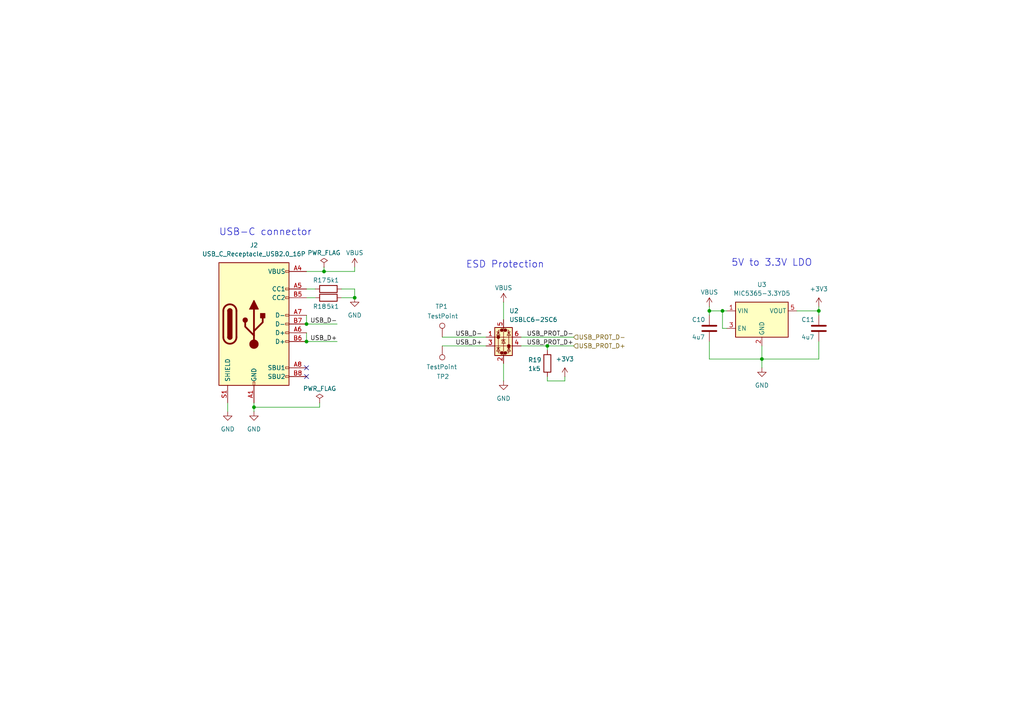
<source format=kicad_sch>
(kicad_sch (version 20231120) (generator "eeschema") (generator_version "8.0")
  (paper "A4")
  (lib_symbols
    (symbol "Connector:TestPoint" (pin_numbers hide) (pin_names (offset 0.762) hide)
      (property "Reference" "TP" (at 0 6.858 0))
      (property "Value" "TestPoint" (at 0 5.08 0))
      (symbol "TestPoint_0_1"
        (circle (center 0 3.302) (radius 0.762))
      )
      (symbol "TestPoint_1_1"
        (pin passive line (at 0 0 90) (length 2.54) (name "1") (number "1"))
      )
    )
    (symbol "Connector:USB_C_Receptacle_USB2.0_16P" (pin_names (offset 1.016))
      (property "Reference" "J" (at 0 22.225 0))
      (property "Value" "USB_C_Receptacle_USB2.0_16P" (at 0 19.685 0))
      (symbol "USB_C_Receptacle_USB2.0_16P_0_0"
        (rectangle (start -0.254 -17.78) (end 0.254 -16.764))
        (rectangle (start 10.16 -14.986) (end 9.144 -15.494))
        (rectangle (start 10.16 -12.446) (end 9.144 -12.954))
        (rectangle (start 10.16 -4.826) (end 9.144 -5.334))
        (rectangle (start 10.16 -2.286) (end 9.144 -2.794))
        (rectangle (start 10.16 0.254) (end 9.144 -0.254))
        (rectangle (start 10.16 2.794) (end 9.144 2.286))
        (rectangle (start 10.16 7.874) (end 9.144 7.366))
        (rectangle (start 10.16 10.414) (end 9.144 9.906))
        (rectangle (start 10.16 15.494) (end 9.144 14.986))
      )
      (symbol "USB_C_Receptacle_USB2.0_16P_0_1"
        (rectangle (start -10.16 17.78) (end 10.16 -17.78) (stroke (width 0.254)) (fill (type background)))
        (arc (start -8.89 -3.81) (mid -6.985 -5.7067) (end -5.08 -3.81) (stroke (width 0.508)))
        (arc (start -7.62 -3.81) (mid -6.985 -4.4423) (end -6.35 -3.81) (stroke (width 0.254)))
        (arc (start -7.62 -3.81) (mid -6.985 -4.4423) (end -6.35 -3.81) (stroke (width 0.254)) (fill (type outline)))
        (rectangle (start -7.62 -3.81) (end -6.35 3.81) (stroke (width 0.254)) (fill (type outline)))
        (arc (start -6.35 3.81) (mid -6.985 4.4423) (end -7.62 3.81) (stroke (width 0.254)))
        (arc (start -6.35 3.81) (mid -6.985 4.4423) (end -7.62 3.81) (stroke (width 0.254)) (fill (type outline)))
        (arc (start -5.08 3.81) (mid -6.985 5.7067) (end -8.89 3.81) (stroke (width 0.508)))
        (circle (center -2.54 1.143) (radius 0.635) (stroke (width 0.254)) (fill (type outline)))
        (circle (center 0 -5.842) (radius 1.27) (fill (type outline)))
        (polyline (pts (xy -8.89 -3.81) (xy -8.89 3.81)) (stroke (width 0.508)))
        (polyline (pts (xy -5.08 3.81) (xy -5.08 -3.81)) (stroke (width 0.508)))
        (polyline (pts (xy 0 -5.842) (xy 0 4.318)) (stroke (width 0.508)))
        (polyline (pts (xy 0 -3.302) (xy -2.54 -0.762) (xy -2.54 0.508)) (stroke (width 0.508)))
        (polyline (pts (xy 0 -2.032) (xy 2.54 0.508) (xy 2.54 1.778)) (stroke (width 0.508)))
        (polyline (pts (xy -1.27 4.318) (xy 0 6.858) (xy 1.27 4.318) (xy -1.27 4.318)) (stroke (width 0.254)) (fill (type outline)))
        (rectangle (start 1.905 1.778) (end 3.175 3.048) (stroke (width 0.254)) (fill (type outline)))
      )
      (symbol "USB_C_Receptacle_USB2.0_16P_1_1"
        (pin passive line (at 0 -22.86 90) (length 5.08) (name "GND") (number "A1"))
        (pin passive line (at 0 -22.86 90) (length 5.08) hide (name "GND") (number "A12"))
        (pin passive line (at 15.24 15.24 180) (length 5.08) (name "VBUS") (number "A4"))
        (pin bidirectional line (at 15.24 10.16 180) (length 5.08) (name "CC1") (number "A5"))
        (pin bidirectional line (at 15.24 -2.54 180) (length 5.08) (name "D+") (number "A6"))
        (pin bidirectional line (at 15.24 2.54 180) (length 5.08) (name "D-") (number "A7"))
        (pin bidirectional line (at 15.24 -12.7 180) (length 5.08) (name "SBU1") (number "A8"))
        (pin passive line (at 15.24 15.24 180) (length 5.08) hide (name "VBUS") (number "A9"))
        (pin passive line (at 0 -22.86 90) (length 5.08) hide (name "GND") (number "B1"))
        (pin passive line (at 0 -22.86 90) (length 5.08) hide (name "GND") (number "B12"))
        (pin passive line (at 15.24 15.24 180) (length 5.08) hide (name "VBUS") (number "B4"))
        (pin bidirectional line (at 15.24 7.62 180) (length 5.08) (name "CC2") (number "B5"))
        (pin bidirectional line (at 15.24 -5.08 180) (length 5.08) (name "D+") (number "B6"))
        (pin bidirectional line (at 15.24 0 180) (length 5.08) (name "D-") (number "B7"))
        (pin bidirectional line (at 15.24 -15.24 180) (length 5.08) (name "SBU2") (number "B8"))
        (pin passive line (at 15.24 15.24 180) (length 5.08) hide (name "VBUS") (number "B9"))
        (pin passive line (at -7.62 -22.86 90) (length 5.08) (name "SHIELD") (number "S1"))
      )
    )
    (symbol "Device:C" (pin_numbers hide) (pin_names (offset 0.254))
      (property "Reference" "C" (at 0.635 2.54 0))
      (property "Value" "C" (at 0.635 -2.54 0))
      (symbol "C_0_1"
        (polyline (pts (xy -2.032 -0.762) (xy 2.032 -0.762)) (stroke (width 0.508)))
        (polyline (pts (xy -2.032 0.762) (xy 2.032 0.762)) (stroke (width 0.508)))
      )
      (symbol "C_1_1"
        (pin passive line (at 0 3.81 270) (length 2.794) (name "~") (number "1"))
        (pin passive line (at 0 -3.81 90) (length 2.794) (name "~") (number "2"))
      )
    )
    (symbol "Device:R" (pin_numbers hide) (pin_names (offset 0))
      (property "Reference" "R" (at 2.032 0 90))
      (property "Value" "R" (at 0 0 90))
      (symbol "R_0_1"
        (rectangle (start -1.016 -2.54) (end 1.016 2.54) (stroke (width 0.254)))
      )
      (symbol "R_1_1"
        (pin passive line (at 0 3.81 270) (length 1.27) (name "~") (number "1"))
        (pin passive line (at 0 -3.81 90) (length 1.27) (name "~") (number "2"))
      )
    )
    (symbol "Power_Protection:USBLC6-2SC6" (pin_names hide)
      (property "Reference" "U" (at 0.635 5.715 0))
      (property "Value" "USBLC6-2SC6" (at 0.635 3.81 0))
      (symbol "USBLC6-2SC6_0_0"
        (circle (center -1.524 0) (radius 0.0001) (stroke (width 0.508)))
        (circle (center -0.508 -4.572) (radius 0.0001) (stroke (width 0.508)))
        (circle (center -0.508 2.032) (radius 0.0001) (stroke (width 0.508)))
        (circle (center 0.508 -4.572) (radius 0.0001) (stroke (width 0.508)))
        (circle (center 0.508 2.032) (radius 0.0001) (stroke (width 0.508)))
        (circle (center 1.524 -2.54) (radius 0.0001) (stroke (width 0.508)))
      )
      (symbol "USBLC6-2SC6_0_1"
        (polyline (pts (xy -2.54 -2.54) (xy 2.54 -2.54)))
        (polyline (pts (xy -2.54 0) (xy 2.54 0)))
        (polyline (pts (xy -2.032 -3.048) (xy -1.016 -3.048)))
        (polyline (pts (xy -1.016 1.524) (xy -2.032 1.524)))
        (polyline (pts (xy 1.016 -3.048) (xy 2.032 -3.048)))
        (polyline (pts (xy 1.016 1.524) (xy 2.032 1.524)))
        (polyline (pts (xy -0.508 -1.143) (xy -0.508 -0.762) (xy 0.508 -0.762)))
        (polyline (pts (xy -2.032 0.508) (xy -1.016 0.508) (xy -1.524 1.524) (xy -2.032 0.508)))
        (polyline (pts (xy -1.016 -4.064) (xy -2.032 -4.064) (xy -1.524 -3.048) (xy -1.016 -4.064)))
        (polyline (pts (xy 0.508 -1.778) (xy -0.508 -1.778) (xy 0 -0.762) (xy 0.508 -1.778)))
        (polyline (pts (xy 2.032 -4.064) (xy 1.016 -4.064) (xy 1.524 -3.048) (xy 2.032 -4.064)))
        (polyline (pts (xy 2.032 0.508) (xy 1.016 0.508) (xy 1.524 1.524) (xy 2.032 0.508)))
        (polyline (pts (xy 0 2.54) (xy -0.508 2.032) (xy 0.508 2.032) (xy 0 1.524) (xy 0 -4.064) (xy -0.508 -4.572) (xy 0.508 -4.572) (xy 0 -5.08)))
      )
      (symbol "USBLC6-2SC6_1_1"
        (rectangle (start -2.54 2.794) (end 2.54 -5.334) (stroke (width 0.254)) (fill (type background)))
        (polyline (pts (xy -0.508 2.032) (xy -1.524 2.032) (xy -1.524 -4.572) (xy -0.508 -4.572)))
        (polyline (pts (xy 0.508 -4.572) (xy 1.524 -4.572) (xy 1.524 2.032) (xy 0.508 2.032)))
        (pin passive line (at -5.08 0 0) (length 2.54) (name "I/O1") (number "1"))
        (pin passive line (at 0 -7.62 90) (length 2.54) (name "GND") (number "2"))
        (pin passive line (at -5.08 -2.54 0) (length 2.54) (name "I/O2") (number "3"))
        (pin passive line (at 5.08 -2.54 180) (length 2.54) (name "I/O2") (number "4"))
        (pin passive line (at 0 5.08 270) (length 2.54) (name "VBUS") (number "5"))
        (pin passive line (at 5.08 0 180) (length 2.54) (name "I/O1") (number "6"))
      )
    )
    (symbol "Regulator_Linear:MIC5365-3.3YD5"
      (property "Reference" "U" (at -7.62 6.35 0))
      (property "Value" "MIC5365-3.3YD5" (at 0 6.35 0))
      (symbol "MIC5365-3.3YD5_0_1"
        (rectangle (start -7.62 -5.08) (end 7.62 5.08) (stroke (width 0.254)) (fill (type background)))
      )
      (symbol "MIC5365-3.3YD5_1_1"
        (pin power_in line (at -10.16 2.54 0) (length 2.54) (name "VIN") (number "1"))
        (pin power_in line (at 0 -7.62 90) (length 2.54) (name "GND") (number "2"))
        (pin input line (at -10.16 -2.54 0) (length 2.54) (name "EN") (number "3"))
        (pin no_connect line (at 7.62 -2.54 180) (length 2.54) hide (name "NC") (number "4"))
        (pin power_out line (at 10.16 2.54 180) (length 2.54) (name "VOUT") (number "5"))
      )
    )
    (symbol "power:+3V3" (power) (pin_numbers hide) (pin_names (offset 0) hide)
      (property "Value" "+3V3" (at 0 3.556 0))
      (symbol "+3V3_0_1"
        (polyline (pts (xy -0.762 1.27) (xy 0 2.54)))
        (polyline (pts (xy 0 0) (xy 0 2.54)))
        (polyline (pts (xy 0 2.54) (xy 0.762 1.27)))
      )
      (symbol "+3V3_1_1"
        (pin power_in line (at 0 0 90) (length 0) (name "~") (number "1"))
      )
    )
    (symbol "power:GND" (power) (pin_numbers hide) (pin_names (offset 0) hide)
      (property "Value" "GND" (at 0 -3.81 0))
      (symbol "GND_0_1"
        (polyline (pts (xy 0 0) (xy 0 -1.27) (xy 1.27 -1.27) (xy 0 -2.54) (xy -1.27 -1.27) (xy 0 -1.27)))
      )
      (symbol "GND_1_1"
        (pin power_in line (at 0 0 270) (length 0) (name "~") (number "1"))
      )
    )
    (symbol "power:PWR_FLAG" (power) (pin_numbers hide) (pin_names (offset 0) hide)
      (property "Value" "PWR_FLAG" (at 0 3.81 0))
      (symbol "PWR_FLAG_0_0"
        (pin power_out line (at 0 0 90) (length 0) (name "~") (number "1"))
      )
      (symbol "PWR_FLAG_0_1"
        (polyline (pts (xy 0 0) (xy 0 1.27) (xy -1.016 1.905) (xy 0 2.54) (xy 1.016 1.905) (xy 0 1.27)))
      )
    )
    (symbol "power:VBUS" (power) (pin_numbers hide) (pin_names (offset 0) hide)
      (property "Value" "VBUS" (at 0 3.556 0))
      (symbol "VBUS_0_1"
        (polyline (pts (xy -0.762 1.27) (xy 0 2.54)))
        (polyline (pts (xy 0 0) (xy 0 2.54)))
        (polyline (pts (xy 0 2.54) (xy 0.762 1.27)))
      )
      (symbol "VBUS_1_1"
        (pin power_in line (at 0 0 90) (length 0) (name "~") (number "1"))
      )
    )
  )
  (junction (at 205.74 90.17))
  (junction (at 237.49 90.17))
  (junction (at 102.87 86.36))
  (junction (at 88.9 93.98))
  (junction (at 209.55 90.17))
  (junction (at 220.98 104.14))
  (junction (at 158.75 100.33))
  (junction (at 93.98 78.74))
  (junction (at 88.9 99.06))
  (junction (at 73.66 118.11))
  (no_connect (at 88.9 109.22))
  (no_connect (at 88.9 106.68))
  (wire (pts (xy 237.49 90.17) (xy 237.49 91.44)))
  (wire (pts (xy 205.74 99.06) (xy 205.74 104.14)))
  (wire (pts (xy 66.04 116.84) (xy 66.04 119.38)))
  (wire (pts (xy 88.9 86.36) (xy 91.44 86.36)))
  (wire (pts (xy 220.98 100.33) (xy 220.98 104.14)))
  (wire (pts (xy 158.75 110.49) (xy 163.83 110.49)))
  (wire (pts (xy 158.75 109.22) (xy 158.75 110.49)))
  (wire (pts (xy 128.27 100.33) (xy 140.97 100.33)))
  (wire (pts (xy 88.9 96.52) (xy 88.9 99.06)))
  (wire (pts (xy 73.66 116.84) (xy 73.66 118.11)))
  (wire (pts (xy 220.98 104.14) (xy 237.49 104.14)))
  (wire (pts (xy 88.9 99.06) (xy 97.79 99.06)))
  (wire (pts (xy 158.75 100.33) (xy 166.37 100.33)))
  (wire (pts (xy 88.9 93.98) (xy 97.79 93.98)))
  (wire (pts (xy 163.83 110.49) (xy 163.83 109.22)))
  (wire (pts (xy 237.49 88.9) (xy 237.49 90.17)))
  (wire (pts (xy 151.13 100.33) (xy 158.75 100.33)))
  (wire (pts (xy 73.66 118.11) (xy 73.66 119.38)))
  (wire (pts (xy 102.87 77.47) (xy 102.87 78.74)))
  (wire (pts (xy 220.98 106.68) (xy 220.98 104.14)))
  (wire (pts (xy 209.55 90.17) (xy 209.55 95.25)))
  (wire (pts (xy 151.13 97.79) (xy 166.37 97.79)))
  (wire (pts (xy 146.05 105.41) (xy 146.05 110.49)))
  (wire (pts (xy 88.9 91.44) (xy 88.9 93.98)))
  (wire (pts (xy 205.74 90.17) (xy 209.55 90.17)))
  (wire (pts (xy 93.98 78.74) (xy 102.87 78.74)))
  (wire (pts (xy 146.05 87.63) (xy 146.05 92.71)))
  (wire (pts (xy 158.75 100.33) (xy 158.75 101.6)))
  (wire (pts (xy 88.9 78.74) (xy 93.98 78.74)))
  (wire (pts (xy 205.74 90.17) (xy 205.74 91.44)))
  (wire (pts (xy 210.82 95.25) (xy 209.55 95.25)))
  (wire (pts (xy 102.87 83.82) (xy 102.87 86.36)))
  (wire (pts (xy 99.06 86.36) (xy 102.87 86.36)))
  (wire (pts (xy 205.74 88.9) (xy 205.74 90.17)))
  (wire (pts (xy 237.49 99.06) (xy 237.49 104.14)))
  (wire (pts (xy 99.06 83.82) (xy 102.87 83.82)))
  (wire (pts (xy 209.55 90.17) (xy 210.82 90.17)))
  (wire (pts (xy 93.98 77.47) (xy 93.98 78.74)))
  (wire (pts (xy 128.27 97.79) (xy 140.97 97.79)))
  (wire (pts (xy 88.9 83.82) (xy 91.44 83.82)))
  (wire (pts (xy 92.71 116.84) (xy 92.71 118.11)))
  (wire (pts (xy 231.14 90.17) (xy 237.49 90.17)))
  (wire (pts (xy 92.71 118.11) (xy 73.66 118.11)))
  (wire (pts (xy 205.74 104.14) (xy 220.98 104.14)))
  (text "USB-C connector" (at 63.5 68.58 0) (effects (font (size 2 2)) (justify left bottom)))
  (text "ESD Protection" (at 135.128 77.978 0) (effects (font (size 2 2)) (justify left bottom)))
  (text "5V to 3.3V LDO" (at 212.09 77.47 0) (effects (font (size 2 2)) (justify left bottom)))
  (label "USB_PROT_D-" (at 166.37 97.79 180))
  (label "USB_PROT_D+" (at 166.37 100.33 180))
  (label "USB_D-" (at 132.08 97.79 0))
  (label "USB_D+" (at 132.08 100.33 0))
  (label "USB_D+" (at 97.79 99.06 180))
  (label "USB_D-" (at 97.79 93.98 180))
  (hierarchical_label "USB_PROT_D-" (shape input) (at 166.37 97.79 0))
  (hierarchical_label "USB_PROT_D+" (shape input) (at 166.37 100.33 0))
  (symbol (lib_id "Device:C") (at 205.74 95.25 0) (unit 1)
    (property "Reference" "C10" (at 200.66 92.71 0) (effects (justify left)))
    (property "Value" "4u7" (at 200.66 97.79 0) (effects (justify left)))
    (property "Footprint" "Capacitor_SMD:C_0805_2012Metric" (effects (hide yes)))
    (property "Datasheet" "https://datasheet.lcsc.com/lcsc/2304140030_Samsung-Electro-Mechanics-CL21A475KAQNNNE_C1779.pdf" (effects (hide yes)))
    (property "Manufracturer" "Samsung Electro-Mechanics" (effects (hide yes)))
    (property "Manufracturer Part Number" "CL21A475KAQNNNE" (effects (hide yes)))
    (property "JLCPCB Part" "C1779" (effects (hide yes)))
  )
  (symbol (lib_id "Connector:TestPoint") (at 128.27 97.79 0) (unit 1)
    (property "Reference" "TP1" (at 126.238 88.9 0) (effects (justify left)))
    (property "Value" "TestPoint" (at 123.952 91.694 0) (effects (justify left)))
    (property "Footprint" "TestPoint:TestPoint_Pad_D1.5mm" (effects (hide yes)))
    (property "Description" "test point" (effects (hide yes)))
  )
  (symbol (lib_id "Device:R") (at 95.25 86.36 90) (unit 1)
    (property "Reference" "R18" (at 92.71 88.9 90))
    (property "Value" "5k1" (at 96.52 88.9 90))
    (property "Footprint" "Resistor_SMD:R_0603_1608Metric" (effects (hide yes)))
    (property "Datasheet" "https://www.lcsc.com/datasheet/lcsc_datasheet_2206010116_UNI-ROYAL-Uniroyal-Elec-0603WAF5101T5E_C23186.pdf" (effects (hide yes)))
    (property "Manufracturer" "UNI-ROYAL(Uniroyal Elec)" (effects (hide yes)))
    (property "Manufracturer Part Number" "0603WAF5101T5E" (effects (hide yes)))
    (property "JLCPCB Part" "C23186" (effects (hide yes)))
  )
  (symbol (lib_id "power:+3V3") (at 237.49 88.9 0) (unit 1)
    (property "Reference" "#PWR039" (effects (hide yes)))
    (property "Value" "+3V3" (at 237.49 83.82 0))
    (property "Description" "Power symbol creates a global label with name \"+3V3\"" (effects (hide yes)))
  )
  (symbol (lib_id "Regulator_Linear:MIC5365-3.3YD5") (at 220.98 92.71 0) (unit 1)
    (property "Reference" "U3" (at 220.98 82.55 0))
    (property "Value" "MIC5365-3.3YD5" (at 220.98 85.09 0))
    (property "Footprint" "Package_TO_SOT_SMD:SOT-23-5" (effects (hide yes)))
    (property "Datasheet" "https://datasheet.lcsc.com/lcsc/1811131510_MICRONE-Nanjing-Micro-One-Elec-ME6211C33M5G-N_C82942.pdf" (effects (hide yes)))
    (property "Manufracturer" "MICRONE(Nanjing Micro One Elec)" (effects (hide yes)))
    (property "Manufracturer Part Number" "ME6211C33M5G-N" (effects (hide yes)))
    (property "JLCPCB Part" "C82942" (effects (hide yes)))
  )
  (symbol (lib_id "Device:R") (at 95.25 83.82 90) (unit 1)
    (property "Reference" "R17" (at 92.71 81.28 90))
    (property "Value" "5k1" (at 96.52 81.28 90))
    (property "Footprint" "Resistor_SMD:R_0603_1608Metric" (effects (hide yes)))
    (property "Datasheet" "https://www.lcsc.com/datasheet/lcsc_datasheet_2206010116_UNI-ROYAL-Uniroyal-Elec-0603WAF5101T5E_C23186.pdf" (effects (hide yes)))
    (property "Manufracturer" "UNI-ROYAL(Uniroyal Elec)" (effects (hide yes)))
    (property "Manufracturer Part Number" "0603WAF5101T5E" (effects (hide yes)))
    (property "JLCPCB Part" "C23186" (effects (hide yes)))
  )
  (symbol (lib_id "power:GND") (at 146.05 110.49 0) (unit 1)
    (property "Reference" "#PWR035" (effects (hide yes)))
    (property "Value" "GND" (at 146.05 115.57 0))
    (property "Description" "Power symbol creates a global label with name \"GND\" , ground" (effects (hide yes)))
  )
  (symbol (lib_id "Power_Protection:USBLC6-2SC6") (at 146.05 97.79 0) (unit 1)
    (property "Reference" "U2" (at 147.7011 90.17 0) (effects (justify left)))
    (property "Value" "USBLC6-2SC6" (at 147.7011 92.71 0) (effects (justify left)))
    (property "Footprint" "Package_TO_SOT_SMD:SOT-23-6" (effects (hide yes)))
    (property "Datasheet" "https://www.st.com/resource/en/datasheet/usblc6-2.pdf" (effects (hide yes)))
    (property "Description" "Very low capacitance ESD protection diode, 2 data-line, SOT-23-6" (effects (hide yes)))
  )
  (symbol (lib_id "power:GND") (at 220.98 106.68 0) (unit 1)
    (property "Reference" "#PWR038" (effects (hide yes)))
    (property "Value" "GND" (at 220.98 111.76 0))
    (property "Description" "Power symbol creates a global label with name \"GND\" , ground" (effects (hide yes)))
  )
  (symbol (lib_id "power:+3V3") (at 163.83 109.22 0) (unit 1)
    (property "Reference" "#PWR044" (effects (hide yes)))
    (property "Value" "+3V3" (at 163.83 104.14 0))
    (property "Description" "Power symbol creates a global label with name \"+3V3\"" (effects (hide yes)))
  )
  (symbol (lib_id "power:VBUS") (at 146.05 87.63 0) (unit 1)
    (property "Reference" "#PWR034" (effects (hide yes)))
    (property "Value" "VBUS" (at 146.05 83.4969 0))
    (property "Description" "Power symbol creates a global label with name \"VBUS\"" (effects (hide yes)))
  )
  (symbol (lib_id "power:GND") (at 73.66 119.38 0) (unit 1)
    (property "Reference" "#PWR031" (effects (hide yes)))
    (property "Value" "GND" (at 73.66 124.46 0))
    (property "Description" "Power symbol creates a global label with name \"GND\" , ground" (effects (hide yes)))
  )
  (symbol (lib_id "power:GND") (at 102.87 86.36 0) (unit 1)
    (property "Reference" "#PWR033" (effects (hide yes)))
    (property "Value" "GND" (at 102.87 91.44 0))
    (property "Description" "Power symbol creates a global label with name \"GND\" , ground" (effects (hide yes)))
  )
  (symbol (lib_id "Connector:USB_C_Receptacle_USB2.0_16P") (at 73.66 93.98 0) (unit 1)
    (property "Reference" "J2" (at 73.66 71.12 0))
    (property "Value" "USB_C_Receptacle_USB2.0_16P" (at 73.66 73.66 0))
    (property "Footprint" "NiasStuff:USB_C_Receptacle_G-Switch_GT-USB-7010ASV" (effects (hide yes)))
    (property "Datasheet" "https://www.lcsc.com/datasheet/lcsc_datasheet_2312191005_G-Switch-GT-USB-7010C_C2843967.pdf" (effects (hide yes)))
    (property "Description" "USB 2.0-only 16P Type-C Receptacle connector" (effects (hide yes)))
    (property "JLCPCB Part" "C2843967" (effects (hide yes)))
    (property "Manufracturer" "G-Switch" (effects (hide yes)))
    (property "Manufracturer Part Number" "GT-USB-7010C" (effects (hide yes)))
  )
  (symbol (lib_id "power:VBUS") (at 102.87 77.47 0) (unit 1)
    (property "Reference" "#PWR032" (effects (hide yes)))
    (property "Value" "VBUS" (at 102.87 73.3369 0))
    (property "Description" "Power symbol creates a global label with name \"VBUS\"" (effects (hide yes)))
  )
  (symbol (lib_id "power:PWR_FLAG") (at 92.71 116.84 0) (unit 1)
    (property "Reference" "#FLG01" (effects (hide yes)))
    (property "Value" "PWR_FLAG" (at 92.71 112.7069 0))
    (property "Description" "Special symbol for telling ERC where power comes from" (effects (hide yes)))
  )
  (symbol (lib_id "Device:C") (at 237.49 95.25 0) (unit 1)
    (property "Reference" "C11" (at 232.41 92.71 0) (effects (justify left)))
    (property "Value" "4u7" (at 232.41 97.79 0) (effects (justify left)))
    (property "Footprint" "Capacitor_SMD:C_0805_2012Metric" (effects (hide yes)))
    (property "Datasheet" "https://datasheet.lcsc.com/lcsc/2304140030_Samsung-Electro-Mechanics-CL21A475KAQNNNE_C1779.pdf" (effects (hide yes)))
    (property "Manufracturer" "Samsung Electro-Mechanics" (effects (hide yes)))
    (property "Manufracturer Part Number" "CL21A475KAQNNNE" (effects (hide yes)))
    (property "JLCPCB Part" "C1779" (effects (hide yes)))
  )
  (symbol (lib_id "power:GND") (at 66.04 119.38 0) (unit 1)
    (property "Reference" "#PWR030" (effects (hide yes)))
    (property "Value" "GND" (at 66.04 124.46 0))
    (property "Description" "Power symbol creates a global label with name \"GND\" , ground" (effects (hide yes)))
  )
  (symbol (lib_id "power:VBUS") (at 205.74 88.9 0) (unit 1)
    (property "Reference" "#PWR037" (effects (hide yes)))
    (property "Value" "VBUS" (at 205.74 84.7669 0))
    (property "Description" "Power symbol creates a global label with name \"VBUS\"" (effects (hide yes)))
  )
  (symbol (lib_id "Device:R") (at 158.75 105.41 0) (unit 1)
    (property "Reference" "R19" (at 153.162 104.394 0) (effects (justify left)))
    (property "Value" "1k5" (at 153.162 106.934 0) (effects (justify left)))
    (property "Footprint" "Resistor_SMD:R_0805_2012Metric" (effects (hide yes)))
    (property "Datasheet" "https://www.lcsc.com/datasheet/lcsc_datasheet_2206010216_UNI-ROYAL-Uniroyal-Elec-0805W8F1501T5E_C4310.pdf" (effects (hide yes)))
    (property "Description" "Resistor" (effects (hide yes)))
    (property "JLCPCB Part" "C4310" (effects (hide yes)))
    (property "Manufracturer" "UNI-ROYAL(Uniroyal Elec)" (effects (hide yes)))
    (property "Manufracturer Part Number" "0805W8F1501T5E" (effects (hide yes)))
  )
  (symbol (lib_id "Connector:TestPoint") (at 128.27 100.33 180) (unit 1)
    (property "Reference" "TP2" (at 130.302 109.22 0) (effects (justify left)))
    (property "Value" "TestPoint" (at 132.588 106.426 0) (effects (justify left)))
    (property "Footprint" "TestPoint:TestPoint_Pad_D1.5mm" (effects (hide yes)))
    (property "Description" "test point" (effects (hide yes)))
  )
  (symbol (lib_id "power:PWR_FLAG") (at 93.98 77.47 0) (unit 1)
    (property "Reference" "#FLG02" (effects (hide yes)))
    (property "Value" "PWR_FLAG" (at 93.98 73.3369 0))
    (property "Description" "Special symbol for telling ERC where power comes from" (effects (hide yes)))
  )
)
</source>
